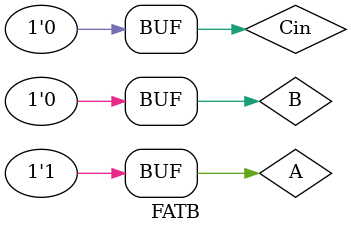
<source format=v>
`timescale 1ns / 1ps


module FATB;

	// Inputs
	reg A;
	reg B;
	reg Cin;

	// Outputs
	wire S;
	wire Cout;

	// Instantiate the Unit Under Test (UUT)
	FA uut (
		.A(A), 
		.B(B), 
		.Cin(Cin), 
		.S(S), 
		.Cout(Cout)
	);

	initial begin
		// Initialize Inputs
		A = 0;
		B = 0;
		Cin = 0;

		// Wait 100 ns for global reset to finish
		#5 Cin=1;
		#5 B=1; Cin=0;
		#5 Cin=1;
		#5 A=1; B=0; Cin=0;
        
		// Add stimulus here

	end
      
endmodule


</source>
